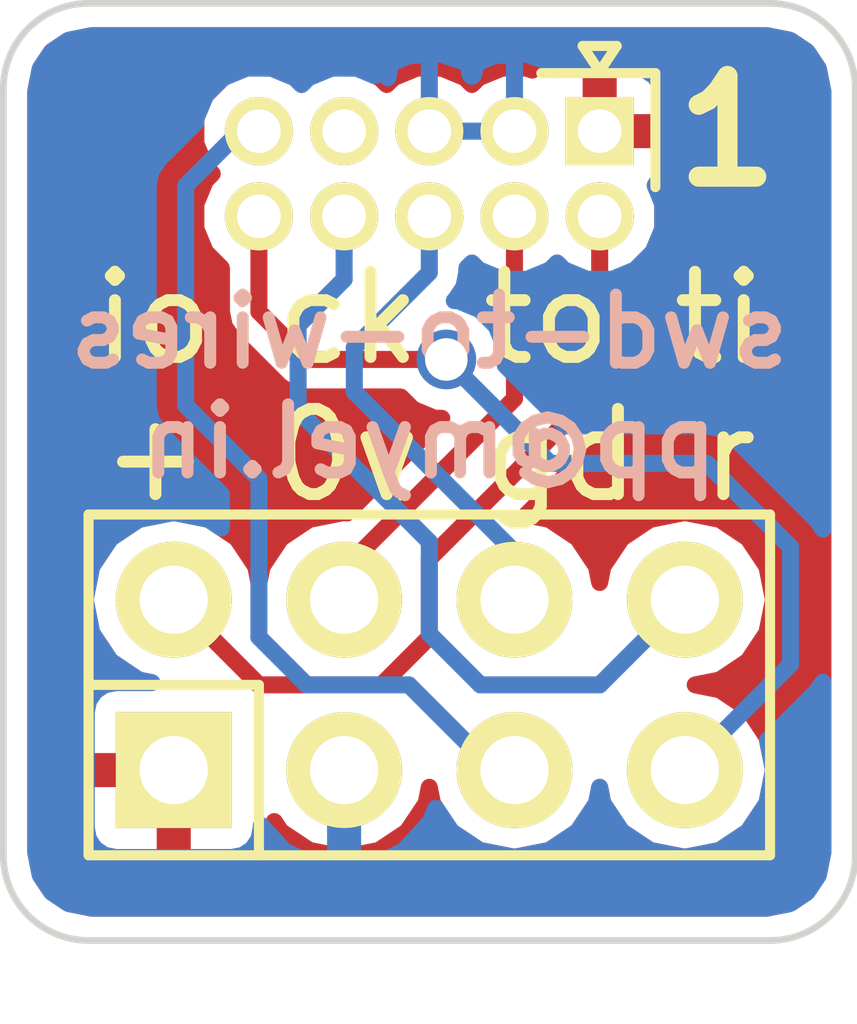
<source format=kicad_pcb>
(kicad_pcb (version 4) (host pcbnew "(2015-01-02 BZR 5348)-product")

  (general
    (links 9)
    (no_connects 0)
    (area 138.538857 83.9216 165.080734 104.140001)
    (thickness 1.6)
    (drawings 11)
    (tracks 43)
    (zones 0)
    (modules 2)
    (nets 10)
  )

  (page A4)
  (layers
    (0 F.Cu signal)
    (31 B.Cu signal)
    (32 B.Adhes user)
    (33 F.Adhes user)
    (34 B.Paste user)
    (35 F.Paste user)
    (36 B.SilkS user)
    (37 F.SilkS user)
    (38 B.Mask user)
    (39 F.Mask user)
    (40 Dwgs.User user)
    (41 Cmts.User user)
    (42 Eco1.User user)
    (43 Eco2.User user)
    (44 Edge.Cuts user)
    (45 Margin user)
    (46 B.CrtYd user)
    (47 F.CrtYd user)
    (48 B.Fab user)
    (49 F.Fab user)
  )

  (setup
    (last_trace_width 0.1778)
    (user_trace_width 0.1778)
    (user_trace_width 0.254)
    (trace_clearance 0.1524)
    (zone_clearance 0.3048)
    (zone_45_only no)
    (trace_min 0.1524)
    (segment_width 0.2)
    (edge_width 0.1)
    (via_size 0.889)
    (via_drill 0.635)
    (via_min_size 0.6858)
    (via_min_drill 0.3302)
    (uvia_size 0.508)
    (uvia_drill 0.127)
    (uvias_allowed no)
    (uvia_min_size 0.508)
    (uvia_min_drill 0.127)
    (pcb_text_width 0.3)
    (pcb_text_size 1.5 1.5)
    (mod_edge_width 0.15)
    (mod_text_size 1 1)
    (mod_text_width 0.15)
    (pad_size 1.5 1.5)
    (pad_drill 0.6)
    (pad_to_mask_clearance 0)
    (aux_axis_origin 0 0)
    (visible_elements 7FFFFFFF)
    (pcbplotparams
      (layerselection 0x010fc_80000001)
      (usegerberextensions true)
      (excludeedgelayer true)
      (linewidth 0.100000)
      (plotframeref false)
      (viasonmask false)
      (mode 1)
      (useauxorigin false)
      (hpglpennumber 1)
      (hpglpenspeed 20)
      (hpglpendiameter 15)
      (hpglpenoverlay 2)
      (psnegative false)
      (psa4output false)
      (plotreference true)
      (plotvalue true)
      (plotinvisibletext false)
      (padsonsilk false)
      (subtractmaskfromsilk false)
      (outputformat 1)
      (mirror false)
      (drillshape 0)
      (scaleselection 1)
      (outputdirectory gerbers/))
  )

  (net 0 "")
  (net 1 /reset)
  (net 2 /gnddetect)
  (net 3 /tdi)
  (net 4 "Net-(CON1-Pad7)")
  (net 5 /vcc)
  (net 6 /swdio)
  (net 7 /gnd)
  (net 8 /swclk)
  (net 9 /tdo)

  (net_class Default "This is the default net class."
    (clearance 0.1524)
    (trace_width 0.1778)
    (via_dia 0.889)
    (via_drill 0.635)
    (uvia_dia 0.508)
    (uvia_drill 0.127)
    (add_net /gnd)
    (add_net /gnddetect)
    (add_net /reset)
    (add_net /swclk)
    (add_net /swdio)
    (add_net /tdi)
    (add_net /tdo)
    (add_net /vcc)
    (add_net "Net-(CON1-Pad7)")
  )

  (module Pin_Headers:Pin_Header_Straight_2x04 (layer F.Cu) (tedit 551CDC0F) (tstamp 54CC3008)
    (at 146.05 99.06)
    (descr "Through hole pin header")
    (tags "pin header")
    (path /54CC2F47)
    (fp_text reference P1 (at 15.7 -1.56) (layer F.SilkS) hide
      (effects (font (size 1 1) (thickness 0.15)))
    )
    (fp_text value CONN_02X04 (at 13.7 0.19) (layer F.SilkS) hide
      (effects (font (size 1 1) (thickness 0.15)))
    )
    (fp_line (start -2.54 2.54) (end 5.08 2.54) (layer F.SilkS) (width 0.15))
    (fp_line (start 5.08 2.54) (end 5.08 -2.54) (layer F.SilkS) (width 0.15))
    (fp_line (start 5.08 -2.54) (end -5.08 -2.54) (layer F.SilkS) (width 0.15))
    (fp_line (start -5.08 -2.54) (end -5.08 0) (layer F.SilkS) (width 0.15))
    (fp_line (start -5.08 2.54) (end -2.54 2.54) (layer F.SilkS) (width 0.15))
    (fp_line (start -5.08 0) (end -2.54 0) (layer F.SilkS) (width 0.15))
    (fp_line (start -2.54 0) (end -2.54 2.54) (layer F.SilkS) (width 0.15))
    (fp_line (start -5.08 2.54) (end -5.08 0) (layer F.SilkS) (width 0.15))
    (pad 1 thru_hole rect (at -3.81 1.27) (size 1.7272 1.7272) (drill 1.016) (layers *.Cu *.Mask F.SilkS)
      (net 5 /vcc))
    (pad 2 thru_hole oval (at -3.81 -1.27) (size 1.7272 1.7272) (drill 1.016) (layers *.Cu *.Mask F.SilkS)
      (net 6 /swdio))
    (pad 3 thru_hole oval (at -1.27 1.27) (size 1.7272 1.7272) (drill 1.016) (layers *.Cu *.Mask F.SilkS)
      (net 7 /gnd))
    (pad 4 thru_hole oval (at -1.27 -1.27) (size 1.7272 1.7272) (drill 1.016) (layers *.Cu *.Mask F.SilkS)
      (net 8 /swclk))
    (pad 5 thru_hole oval (at 1.27 1.27) (size 1.7272 1.7272) (drill 1.016) (layers *.Cu *.Mask F.SilkS)
      (net 2 /gnddetect))
    (pad 6 thru_hole oval (at 1.27 -1.27) (size 1.7272 1.7272) (drill 1.016) (layers *.Cu *.Mask F.SilkS)
      (net 9 /tdo))
    (pad 7 thru_hole oval (at 3.81 1.27) (size 1.7272 1.7272) (drill 1.016) (layers *.Cu *.Mask F.SilkS)
      (net 1 /reset))
    (pad 8 thru_hole oval (at 3.81 -1.27) (size 1.7272 1.7272) (drill 1.016) (layers *.Cu *.Mask F.SilkS)
      (net 3 /tdi))
    (model Pin_Headers/Pin_Header_Straight_2x04.wrl
      (at (xyz 0 0 0))
      (scale (xyz 1 1 1))
      (rotate (xyz 0 0 0))
    )
  )

  (module myelin-kicad:pin_array_5x2_50mil (layer F.Cu) (tedit 551CDC0D) (tstamp 54CC3024)
    (at 147.32 91.44 180)
    (descr "50-mil 2x5 pin array for SWD connector")
    (tags CONN)
    (path /54CC2F0F)
    (fp_text reference CON1 (at -13.93 2.19 180) (layer F.SilkS) hide
      (effects (font (size 1.016 1.016) (thickness 0.2032)))
    )
    (fp_text value ARM-SWD-HEADER (at -14.18 0.44 180) (layer F.SilkS) hide
      (effects (font (size 1.016 1.016) (thickness 0.2032)))
    )
    (fp_line (start -2.1 -0.2) (end -2.1 1.5) (layer F.SilkS) (width 0.15))
    (fp_line (start -2.1 1.5) (end -0.4 1.5) (layer F.SilkS) (width 0.15))
    (fp_line (start -1.27 1.524) (end -1.524 1.905) (layer F.SilkS) (width 0.15))
    (fp_line (start -1.524 1.905) (end -1.143 1.905) (layer F.SilkS) (width 0.15))
    (fp_line (start -1.143 1.905) (end -1.016 1.905) (layer F.SilkS) (width 0.15))
    (fp_line (start -1.016 1.905) (end -1.27 1.524) (layer F.SilkS) (width 0.15))
    (pad 1 thru_hole rect (at -1.27 0.635 180) (size 1.016 1.016) (drill 0.65) (layers *.Cu *.Mask F.SilkS)
      (net 5 /vcc))
    (pad 2 thru_hole circle (at -1.27 -0.635 180) (size 1.016 1.016) (drill 0.65) (layers *.Cu *.Mask F.SilkS)
      (net 6 /swdio))
    (pad 3 thru_hole circle (at 0 0.635 180) (size 1.016 1.016) (drill 0.65) (layers *.Cu *.Mask F.SilkS)
      (net 7 /gnd))
    (pad 4 thru_hole circle (at 0 -0.635 180) (size 1.016 1.016) (drill 0.65) (layers *.Cu *.Mask F.SilkS)
      (net 8 /swclk))
    (pad 5 thru_hole circle (at 1.27 0.635 180) (size 1.016 1.016) (drill 0.65) (layers *.Cu *.Mask F.SilkS)
      (net 7 /gnd))
    (pad 6 thru_hole circle (at 1.27 -0.635 180) (size 1.016 1.016) (drill 0.65) (layers *.Cu *.Mask F.SilkS)
      (net 9 /tdo))
    (pad 7 thru_hole circle (at 2.54 0.635 180) (size 1.016 1.016) (drill 0.65) (layers *.Cu *.Mask F.SilkS)
      (net 4 "Net-(CON1-Pad7)"))
    (pad 8 thru_hole circle (at 2.54 -0.635 180) (size 1.016 1.016) (drill 0.65) (layers *.Cu *.Mask F.SilkS)
      (net 3 /tdi))
    (pad 9 thru_hole circle (at 3.81 0.635 180) (size 1.016 1.016) (drill 0.65) (layers *.Cu *.Mask F.SilkS)
      (net 2 /gnddetect))
    (pad 10 thru_hole circle (at 3.81 -0.635 180) (size 1.016 1.016) (drill 0.65) (layers *.Cu *.Mask F.SilkS)
      (net 1 /reset))
    (model pin_array/pins_array_3x2.wrl
      (at (xyz 0 0 0))
      (scale (xyz 1 1 1))
      (rotate (xyz 0 0 0))
    )
  )

  (gr_text 1 (at 150.495 90.805) (layer F.SilkS)
    (effects (font (size 1.5 1.5) (thickness 0.3)))
  )
  (gr_text "swd-to-wires\npp@myel.in" (at 146.05 94.615) (layer B.SilkS)
    (effects (font (size 1.016 1.016) (thickness 0.1778)) (justify mirror))
  )
  (gr_text "io ck to ti\n+ 0v gd r" (at 146.05 94.615) (layer F.SilkS)
    (effects (font (size 1.27 1.27) (thickness 0.1778)))
  )
  (gr_line (start 139.7 101.6) (end 139.7 90.17) (angle 90) (layer Edge.Cuts) (width 0.1))
  (gr_line (start 151.13 102.87) (end 140.97 102.87) (angle 90) (layer Edge.Cuts) (width 0.1))
  (gr_line (start 152.4 90.17) (end 152.4 101.6) (angle 90) (layer Edge.Cuts) (width 0.1))
  (gr_line (start 140.97 88.9) (end 151.13 88.9) (angle 90) (layer Edge.Cuts) (width 0.1))
  (gr_arc (start 151.13 101.6) (end 152.4 101.6) (angle 90) (layer Edge.Cuts) (width 0.1))
  (gr_arc (start 140.97 101.6) (end 140.97 102.87) (angle 90) (layer Edge.Cuts) (width 0.1))
  (gr_arc (start 140.97 90.17) (end 139.7 90.17) (angle 90) (layer Edge.Cuts) (width 0.1))
  (gr_arc (start 151.13 90.17) (end 151.13 88.9) (angle 90) (layer Edge.Cuts) (width 0.1))

  (segment (start 143.51 92.075) (end 143.51 93.4974) (width 0.254) (layer F.Cu) (net 1))
  (segment (start 151.4348 98.7552) (end 149.86 100.33) (width 0.254) (layer B.Cu) (net 1) (tstamp 54CC3138))
  (segment (start 151.4348 97.0026) (end 151.4348 98.7552) (width 0.254) (layer B.Cu) (net 1) (tstamp 54CC3136))
  (segment (start 150.1902 95.758) (end 151.4348 97.0026) (width 0.254) (layer B.Cu) (net 1) (tstamp 54CC3134))
  (segment (start 147.8534 95.758) (end 150.1902 95.758) (width 0.254) (layer B.Cu) (net 1) (tstamp 54CC3132))
  (segment (start 146.304 94.2086) (end 147.8534 95.758) (width 0.254) (layer B.Cu) (net 1) (tstamp 54CC3131))
  (via (at 146.304 94.2086) (size 0.889) (layers F.Cu B.Cu) (net 1))
  (segment (start 144.2212 94.2086) (end 146.304 94.2086) (width 0.254) (layer F.Cu) (net 1) (tstamp 54CC312F))
  (segment (start 143.51 93.4974) (end 144.2212 94.2086) (width 0.254) (layer F.Cu) (net 1) (tstamp 54CC312E))
  (segment (start 143.51 90.805) (end 143.2306 90.805) (width 0.254) (layer B.Cu) (net 2))
  (segment (start 143.2306 90.805) (end 142.4178 91.6178) (width 0.254) (layer B.Cu) (net 2) (tstamp 54CC31B9))
  (segment (start 142.4178 91.6178) (end 142.4178 94.8944) (width 0.254) (layer B.Cu) (net 2) (tstamp 54CC31BB))
  (segment (start 142.4178 94.8944) (end 143.51 95.9866) (width 0.254) (layer B.Cu) (net 2) (tstamp 54CC31BD))
  (segment (start 143.51 95.9866) (end 143.51 98.3488) (width 0.254) (layer B.Cu) (net 2) (tstamp 54CC31C9))
  (segment (start 143.51 98.3488) (end 144.2212 99.06) (width 0.254) (layer B.Cu) (net 2) (tstamp 54CC31CD))
  (segment (start 144.2212 99.06) (end 145.7452 99.06) (width 0.254) (layer B.Cu) (net 2) (tstamp 54CC31D0))
  (segment (start 145.7452 99.06) (end 147.0152 100.33) (width 0.254) (layer B.Cu) (net 2) (tstamp 54CC31D3))
  (segment (start 147.0152 100.33) (end 147.32 100.33) (width 0.254) (layer B.Cu) (net 2) (tstamp 54CC31D8))
  (segment (start 144.78 92.075) (end 144.78 93.0148) (width 0.254) (layer B.Cu) (net 3))
  (segment (start 144.0942 94.9706) (end 146.05 96.9264) (width 0.254) (layer B.Cu) (net 3) (tstamp 54CC311B))
  (segment (start 144.0942 93.7006) (end 144.0942 94.9706) (width 0.254) (layer B.Cu) (net 3) (tstamp 54CC311A))
  (segment (start 144.78 93.0148) (end 144.0942 93.7006) (width 0.254) (layer B.Cu) (net 3) (tstamp 54CC3119))
  (segment (start 148.59 99.06) (end 149.86 97.79) (width 0.254) (layer B.Cu) (net 3) (tstamp 54CC3109))
  (segment (start 146.812 99.06) (end 148.59 99.06) (width 0.254) (layer B.Cu) (net 3) (tstamp 54CC3108))
  (segment (start 146.05 98.298) (end 146.812 99.06) (width 0.254) (layer B.Cu) (net 3) (tstamp 54CC3107))
  (segment (start 146.05 96.9264) (end 146.05 98.298) (width 0.254) (layer B.Cu) (net 3) (tstamp 54CC311F))
  (segment (start 148.59 92.075) (end 148.59 94.6404) (width 0.254) (layer F.Cu) (net 6))
  (segment (start 148.59 94.6404) (end 146.05 97.1804) (width 0.254) (layer F.Cu) (net 6) (tstamp 54CC310D))
  (segment (start 143.51 99.06) (end 142.24 97.79) (width 0.254) (layer F.Cu) (net 6) (tstamp 54CC30F3))
  (segment (start 145.3388 99.06) (end 143.51 99.06) (width 0.254) (layer F.Cu) (net 6) (tstamp 54CC30F2))
  (segment (start 146.05 98.3488) (end 145.3388 99.06) (width 0.254) (layer F.Cu) (net 6) (tstamp 54CC30F1))
  (segment (start 146.05 97.1804) (end 146.05 98.3488) (width 0.254) (layer F.Cu) (net 6) (tstamp 54CC3111))
  (segment (start 147.32 90.805) (end 147.32 89.535) (width 0.254) (layer B.Cu) (net 7))
  (segment (start 146.05 90.805) (end 146.05 89.5096) (width 0.254) (layer B.Cu) (net 7))
  (segment (start 146.05 90.805) (end 147.32 90.805) (width 0.254) (layer B.Cu) (net 7))
  (segment (start 147.32 92.075) (end 147.32 94.7928) (width 0.254) (layer F.Cu) (net 8))
  (segment (start 147.32 94.7928) (end 144.78 97.3328) (width 0.254) (layer F.Cu) (net 8) (tstamp 54CC3128))
  (segment (start 144.78 97.3328) (end 144.78 97.79) (width 0.254) (layer F.Cu) (net 8) (tstamp 54CC312A))
  (segment (start 146.05 92.075) (end 146.05 92.9132) (width 0.254) (layer B.Cu) (net 9))
  (segment (start 144.9324 94.6912) (end 147.32 97.0788) (width 0.254) (layer B.Cu) (net 9) (tstamp 54CC3123))
  (segment (start 144.9324 94.0308) (end 144.9324 94.6912) (width 0.254) (layer B.Cu) (net 9) (tstamp 54CC3122))
  (segment (start 146.05 92.9132) (end 144.9324 94.0308) (width 0.254) (layer B.Cu) (net 9) (tstamp 54CC3121))
  (segment (start 147.32 97.0788) (end 147.32 97.79) (width 0.254) (layer B.Cu) (net 9) (tstamp 54CC3124))

  (zone (net 7) (net_name /gnd) (layer B.Cu) (tstamp 54CC313F) (hatch edge 0.508)
    (connect_pads (clearance 0.3048))
    (min_thickness 0.254)
    (fill yes (arc_segments 16) (thermal_gap 0.508) (thermal_bridge_width 0.508))
    (polygon
      (pts
        (xy 152.4 104.14) (xy 139.7 104.14) (xy 139.7 88.9) (xy 152.4 88.9)
      )
    )
    (filled_polygon
      (pts
        (xy 146.179678 90.883211) (xy 146.064142 90.998747) (xy 146.05 90.984605) (xy 146.035857 90.998747) (xy 145.856252 90.819142)
        (xy 145.870395 90.805) (xy 145.856252 90.790857) (xy 146.035857 90.611252) (xy 146.05 90.625395) (xy 146.064142 90.611252)
        (xy 146.167897 90.715007) (xy 146.179678 90.883211)
      )
    )
    (filled_polygon
      (pts
        (xy 147.513747 90.819142) (xy 147.334142 90.998747) (xy 147.32 90.984605) (xy 147.305857 90.998747) (xy 147.202102 90.894992)
        (xy 147.190321 90.726788) (xy 147.305857 90.611252) (xy 147.32 90.625395) (xy 147.334142 90.611252) (xy 147.513747 90.790857)
        (xy 147.499605 90.805) (xy 147.513747 90.819142)
      )
    )
    (filled_polygon
      (pts
        (xy 151.9182 101.552549) (xy 151.849481 101.898018) (xy 151.680668 102.150667) (xy 151.428019 102.319481) (xy 151.082548 102.3882)
        (xy 141.01745 102.3882) (xy 140.671981 102.319481) (xy 140.419332 102.150668) (xy 140.250518 101.898019) (xy 140.1818 101.552548)
        (xy 140.1818 90.217451) (xy 140.250518 89.87198) (xy 140.419332 89.619331) (xy 140.671981 89.450518) (xy 141.01745 89.3818)
        (xy 151.082548 89.3818) (xy 151.428019 89.450518) (xy 151.680668 89.619332) (xy 151.849481 89.871981) (xy 151.9182 90.21745)
        (xy 151.9182 96.739571) (xy 151.829931 96.607469) (xy 150.585331 95.362869) (xy 150.404044 95.241736) (xy 150.1902 95.1992)
        (xy 148.084862 95.1992) (xy 147.180225 94.294563) (xy 147.180452 94.035058) (xy 147.047324 93.712864) (xy 146.801032 93.466142)
        (xy 146.479072 93.332452) (xy 146.42106 93.332401) (xy 146.445131 93.308331) (xy 146.566264 93.127044) (xy 146.566264 93.127043)
        (xy 146.6088 92.9132) (xy 146.6088 92.845094) (xy 146.684948 92.769078) (xy 146.786951 92.871259) (xy 147.132242 93.014637)
        (xy 147.506118 93.014963) (xy 147.851659 92.872188) (xy 147.954948 92.769078) (xy 148.056951 92.871259) (xy 148.402242 93.014637)
        (xy 148.776118 93.014963) (xy 149.121659 92.872188) (xy 149.386259 92.608049) (xy 149.529637 92.262758) (xy 149.529963 91.888882)
        (xy 149.416095 91.613302) (xy 149.504216 91.482755) (xy 149.538259 91.313) (xy 149.538259 90.297) (xy 149.506315 90.132356)
        (xy 149.411258 89.987649) (xy 149.267755 89.890784) (xy 149.098 89.856741) (xy 148.082 89.856741) (xy 147.917356 89.888685)
        (xy 147.915289 89.890042) (xy 147.898176 89.793144) (xy 147.466945 89.648909) (xy 147.013343 89.680678) (xy 146.741824 89.793144)
        (xy 146.711702 89.963689) (xy 146.685 89.990392) (xy 146.658297 89.963689) (xy 146.628176 89.793144) (xy 146.196945 89.648909)
        (xy 145.743343 89.680678) (xy 145.471824 89.793144) (xy 145.433686 90.009078) (xy 145.317506 89.892898) (xy 145.234344 89.976059)
        (xy 144.967758 89.865363) (xy 144.593882 89.865037) (xy 144.248341 90.007812) (xy 144.145051 90.110921) (xy 144.043049 90.008741)
        (xy 143.697758 89.865363) (xy 143.323882 89.865037) (xy 142.978341 90.007812) (xy 142.713741 90.271951) (xy 142.570363 90.617242)
        (xy 142.570312 90.675025) (xy 142.022669 91.222669) (xy 141.901536 91.403956) (xy 141.859 91.6178) (xy 141.859 94.8944)
        (xy 141.901536 95.108244) (xy 142.022669 95.289531) (xy 142.9512 96.218062) (xy 142.9512 96.720223) (xy 142.761106 96.593206)
        (xy 142.265378 96.4946) (xy 142.214622 96.4946) (xy 141.718894 96.593206) (xy 141.298636 96.874014) (xy 141.017828 97.294272)
        (xy 140.919222 97.79) (xy 141.017828 98.285728) (xy 141.298636 98.705986) (xy 141.718894 98.986794) (xy 141.916705 99.026141)
        (xy 141.3764 99.026141) (xy 141.211756 99.058085) (xy 141.067049 99.153142) (xy 140.970184 99.296645) (xy 140.936141 99.4664)
        (xy 140.936141 101.1936) (xy 140.968085 101.358244) (xy 141.063142 101.502951) (xy 141.206645 101.599816) (xy 141.3764 101.633859)
        (xy 143.1036 101.633859) (xy 143.268244 101.601915) (xy 143.412951 101.506858) (xy 143.509816 101.363355) (xy 143.543859 101.1936)
        (xy 143.543859 101.155942) (xy 143.89151 101.536821) (xy 144.420973 101.784968) (xy 144.653 101.664469) (xy 144.653 100.457)
        (xy 144.633 100.457) (xy 144.633 100.203) (xy 144.653 100.203) (xy 144.653 100.183) (xy 144.907 100.183)
        (xy 144.907 100.203) (xy 144.927 100.203) (xy 144.927 100.457) (xy 144.907 100.457) (xy 144.907 101.664469)
        (xy 145.139027 101.784968) (xy 145.66849 101.536821) (xy 146.062688 101.104947) (xy 146.147529 100.90011) (xy 146.378636 101.245986)
        (xy 146.798894 101.526794) (xy 147.294622 101.6254) (xy 147.345378 101.6254) (xy 147.841106 101.526794) (xy 148.261364 101.245986)
        (xy 148.542172 100.825728) (xy 148.59 100.585279) (xy 148.637828 100.825728) (xy 148.918636 101.245986) (xy 149.338894 101.526794)
        (xy 149.834622 101.6254) (xy 149.885378 101.6254) (xy 150.381106 101.526794) (xy 150.801364 101.245986) (xy 151.082172 100.825728)
        (xy 151.180778 100.33) (xy 151.09276 99.887502) (xy 151.829931 99.150331) (xy 151.829932 99.150331) (xy 151.9182 99.018228)
        (xy 151.9182 101.552549)
      )
    )
  )
  (zone (net 5) (net_name /vcc) (layer F.Cu) (tstamp 54CC3140) (hatch edge 0.508)
    (connect_pads (clearance 0.3048))
    (min_thickness 0.254)
    (fill yes (arc_segments 16) (thermal_gap 0.508) (thermal_bridge_width 0.508))
    (polygon
      (pts
        (xy 152.4 104.14) (xy 139.7 104.14) (xy 139.7 88.9) (xy 152.4 88.9)
      )
    )
    (filled_polygon
      (pts
        (xy 151.9182 101.552549) (xy 151.849481 101.898018) (xy 151.680668 102.150667) (xy 151.428019 102.319481) (xy 151.180778 102.36866)
        (xy 151.180778 100.33) (xy 151.082172 99.834272) (xy 150.801364 99.414014) (xy 150.381106 99.133206) (xy 150.013072 99.06)
        (xy 150.381106 98.986794) (xy 150.801364 98.705986) (xy 151.082172 98.285728) (xy 151.180778 97.79) (xy 151.082172 97.294272)
        (xy 150.801364 96.874014) (xy 150.381106 96.593206) (xy 149.885378 96.4946) (xy 149.834622 96.4946) (xy 149.338894 96.593206)
        (xy 148.918636 96.874014) (xy 148.637828 97.294272) (xy 148.59 97.53472) (xy 148.542172 97.294272) (xy 148.261364 96.874014)
        (xy 147.841106 96.593206) (xy 147.496085 96.524577) (xy 148.985131 95.035532) (xy 148.985131 95.035531) (xy 149.106264 94.854244)
        (xy 149.148799 94.6404) (xy 149.1488 94.6404) (xy 149.1488 92.845094) (xy 149.386259 92.608049) (xy 149.529637 92.262758)
        (xy 149.529963 91.888882) (xy 149.497853 91.811171) (xy 149.636327 91.672699) (xy 149.733 91.43931) (xy 149.733 91.186691)
        (xy 149.733 91.09075) (xy 149.733 90.51925) (xy 149.733 90.423309) (xy 149.733 90.17069) (xy 149.636327 89.937301)
        (xy 149.457698 89.758673) (xy 149.224309 89.662) (xy 148.87575 89.662) (xy 148.717 89.82075) (xy 148.717 90.678)
        (xy 149.57425 90.678) (xy 149.733 90.51925) (xy 149.733 91.09075) (xy 149.57425 90.932) (xy 148.717 90.932)
        (xy 148.717 90.952) (xy 148.463 90.952) (xy 148.463 90.932) (xy 148.443 90.932) (xy 148.443 90.678)
        (xy 148.463 90.678) (xy 148.463 89.82075) (xy 148.30425 89.662) (xy 147.955691 89.662) (xy 147.722302 89.758673)
        (xy 147.583966 89.897007) (xy 147.507758 89.865363) (xy 147.133882 89.865037) (xy 146.788341 90.007812) (xy 146.685051 90.110921)
        (xy 146.583049 90.008741) (xy 146.237758 89.865363) (xy 145.863882 89.865037) (xy 145.518341 90.007812) (xy 145.415051 90.110921)
        (xy 145.313049 90.008741) (xy 144.967758 89.865363) (xy 144.593882 89.865037) (xy 144.248341 90.007812) (xy 144.145051 90.110921)
        (xy 144.043049 90.008741) (xy 143.697758 89.865363) (xy 143.323882 89.865037) (xy 142.978341 90.007812) (xy 142.713741 90.271951)
        (xy 142.570363 90.617242) (xy 142.570037 90.991118) (xy 142.712812 91.336659) (xy 142.815921 91.439948) (xy 142.713741 91.541951)
        (xy 142.570363 91.887242) (xy 142.570037 92.261118) (xy 142.712812 92.606659) (xy 142.9512 92.845463) (xy 142.9512 93.4974)
        (xy 142.993736 93.711244) (xy 143.114869 93.892531) (xy 143.826069 94.603731) (xy 144.007356 94.724864) (xy 144.007357 94.724865)
        (xy 144.2212 94.7674) (xy 145.62363 94.7674) (xy 145.806968 94.951058) (xy 146.128928 95.084748) (xy 146.237694 95.084842)
        (xy 144.824194 96.498342) (xy 144.805378 96.4946) (xy 144.754622 96.4946) (xy 144.258894 96.593206) (xy 143.838636 96.874014)
        (xy 143.557828 97.294272) (xy 143.51 97.53472) (xy 143.462172 97.294272) (xy 143.181364 96.874014) (xy 142.761106 96.593206)
        (xy 142.265378 96.4946) (xy 142.214622 96.4946) (xy 141.718894 96.593206) (xy 141.298636 96.874014) (xy 141.017828 97.294272)
        (xy 140.919222 97.79) (xy 141.017828 98.285728) (xy 141.298636 98.705986) (xy 141.48633 98.8314) (xy 141.250091 98.8314)
        (xy 141.016702 98.928073) (xy 140.838073 99.106701) (xy 140.7414 99.34009) (xy 140.7414 99.592709) (xy 140.7414 100.04425)
        (xy 140.90015 100.203) (xy 142.113 100.203) (xy 142.113 100.183) (xy 142.367 100.183) (xy 142.367 100.203)
        (xy 142.387 100.203) (xy 142.387 100.457) (xy 142.367 100.457) (xy 142.367 101.66985) (xy 142.52575 101.8286)
        (xy 143.229909 101.8286) (xy 143.463298 101.731927) (xy 143.641927 101.553299) (xy 143.7386 101.31991) (xy 143.7386 101.096271)
        (xy 143.838636 101.245986) (xy 144.258894 101.526794) (xy 144.754622 101.6254) (xy 144.805378 101.6254) (xy 145.301106 101.526794)
        (xy 145.721364 101.245986) (xy 146.002172 100.825728) (xy 146.05 100.585279) (xy 146.097828 100.825728) (xy 146.378636 101.245986)
        (xy 146.798894 101.526794) (xy 147.294622 101.6254) (xy 147.345378 101.6254) (xy 147.841106 101.526794) (xy 148.261364 101.245986)
        (xy 148.542172 100.825728) (xy 148.59 100.585279) (xy 148.637828 100.825728) (xy 148.918636 101.245986) (xy 149.338894 101.526794)
        (xy 149.834622 101.6254) (xy 149.885378 101.6254) (xy 150.381106 101.526794) (xy 150.801364 101.245986) (xy 151.082172 100.825728)
        (xy 151.180778 100.33) (xy 151.180778 102.36866) (xy 151.082548 102.3882) (xy 142.113 102.3882) (xy 142.113 101.66985)
        (xy 142.113 100.457) (xy 140.90015 100.457) (xy 140.7414 100.61575) (xy 140.7414 101.067291) (xy 140.7414 101.31991)
        (xy 140.838073 101.553299) (xy 141.016702 101.731927) (xy 141.250091 101.8286) (xy 141.95425 101.8286) (xy 142.113 101.66985)
        (xy 142.113 102.3882) (xy 141.01745 102.3882) (xy 140.671981 102.319481) (xy 140.419332 102.150668) (xy 140.250518 101.898019)
        (xy 140.1818 101.552548) (xy 140.1818 90.217451) (xy 140.250518 89.87198) (xy 140.419332 89.619331) (xy 140.671981 89.450518)
        (xy 141.01745 89.3818) (xy 151.082548 89.3818) (xy 151.428019 89.450518) (xy 151.680668 89.619332) (xy 151.849481 89.871981)
        (xy 151.9182 90.21745) (xy 151.9182 101.552549)
      )
    )
  )
)

</source>
